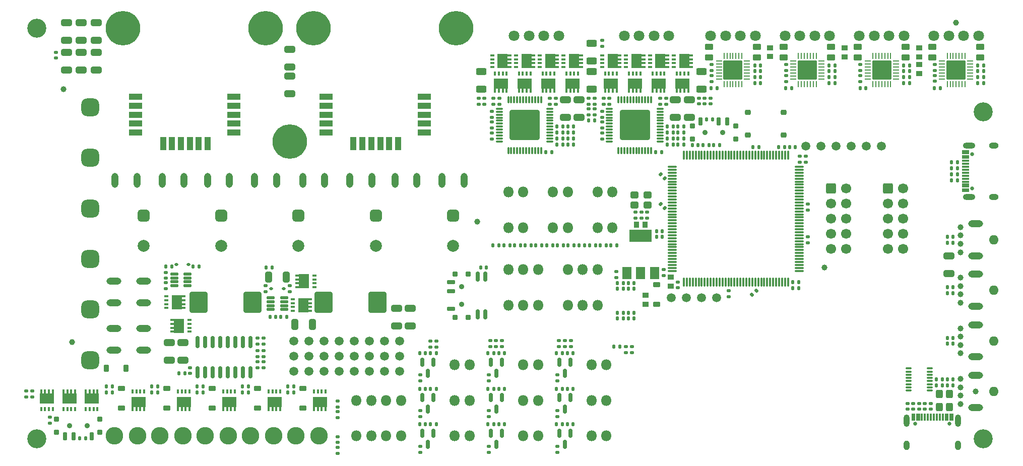
<source format=gbr>
%TF.GenerationSoftware,KiCad,Pcbnew,7.0.8-7.0.8~ubuntu22.04.1*%
%TF.CreationDate,2023-11-12T23:59:41-08:00*%
%TF.ProjectId,corevus-g,636f7265-7675-4732-9d67-2e6b69636164,rev?*%
%TF.SameCoordinates,Original*%
%TF.FileFunction,Soldermask,Top*%
%TF.FilePolarity,Negative*%
%FSLAX46Y46*%
G04 Gerber Fmt 4.6, Leading zero omitted, Abs format (unit mm)*
G04 Created by KiCad (PCBNEW 7.0.8-7.0.8~ubuntu22.04.1) date 2023-11-12 23:59:41*
%MOMM*%
%LPD*%
G01*
G04 APERTURE LIST*
G04 Aperture macros list*
%AMRoundRect*
0 Rectangle with rounded corners*
0 $1 Rounding radius*
0 $2 $3 $4 $5 $6 $7 $8 $9 X,Y pos of 4 corners*
0 Add a 4 corners polygon primitive as box body*
4,1,4,$2,$3,$4,$5,$6,$7,$8,$9,$2,$3,0*
0 Add four circle primitives for the rounded corners*
1,1,$1+$1,$2,$3*
1,1,$1+$1,$4,$5*
1,1,$1+$1,$6,$7*
1,1,$1+$1,$8,$9*
0 Add four rect primitives between the rounded corners*
20,1,$1+$1,$2,$3,$4,$5,0*
20,1,$1+$1,$4,$5,$6,$7,0*
20,1,$1+$1,$6,$7,$8,$9,0*
20,1,$1+$1,$8,$9,$2,$3,0*%
G04 Aperture macros list end*
%ADD10RoundRect,0.100000X-1.025000X0.400000X-1.025000X-0.400000X1.025000X-0.400000X1.025000X0.400000X0*%
%ADD11RoundRect,0.100000X0.400000X1.025000X-0.400000X1.025000X-0.400000X-1.025000X0.400000X-1.025000X0*%
%ADD12RoundRect,0.100000X-0.175000X-0.200000X0.175000X-0.200000X0.175000X0.200000X-0.175000X0.200000X0*%
%ADD13RoundRect,0.100000X0.200000X-0.175000X0.200000X0.175000X-0.200000X0.175000X-0.200000X-0.175000X0*%
%ADD14RoundRect,0.100000X0.175000X0.200000X-0.175000X0.200000X-0.175000X-0.200000X0.175000X-0.200000X0*%
%ADD15RoundRect,0.100000X0.350000X0.400000X-0.350000X0.400000X-0.350000X-0.400000X0.350000X-0.400000X0*%
%ADD16RoundRect,0.100000X-0.200000X0.175000X-0.200000X-0.175000X0.200000X-0.175000X0.200000X0.175000X0*%
%ADD17RoundRect,0.100000X0.300000X0.300000X-0.300000X0.300000X-0.300000X-0.300000X0.300000X-0.300000X0*%
%ADD18C,0.900000*%
%ADD19RoundRect,0.075000X0.225000X0.575000X-0.225000X0.575000X-0.225000X-0.575000X0.225000X-0.575000X0*%
%ADD20C,1.000000*%
%ADD21O,2.500000X1.200000*%
%ADD22O,1.600000X1.600000*%
%ADD23RoundRect,0.250000X-0.650000X0.325000X-0.650000X-0.325000X0.650000X-0.325000X0.650000X0.325000X0*%
%ADD24RoundRect,0.225000X-0.375000X0.225000X-0.375000X-0.225000X0.375000X-0.225000X0.375000X0.225000X0*%
%ADD25RoundRect,0.050000X0.150000X0.250000X-0.150000X0.250000X-0.150000X-0.250000X0.150000X-0.250000X0*%
%ADD26RoundRect,0.055714X1.169286X0.819286X-1.169286X0.819286X-1.169286X-0.819286X1.169286X-0.819286X0*%
%ADD27RoundRect,0.250000X-0.450000X0.262500X-0.450000X-0.262500X0.450000X-0.262500X0.450000X0.262500X0*%
%ADD28C,1.800000*%
%ADD29C,1.500000*%
%ADD30RoundRect,1.000000X-0.500000X0.500000X-0.500000X-0.500000X0.500000X-0.500000X0.500000X0.500000X0*%
%ADD31O,1.800000X1.800000*%
%ADD32C,3.200000*%
%ADD33RoundRect,0.250000X-0.600000X-0.600000X0.600000X-0.600000X0.600000X0.600000X-0.600000X0.600000X0*%
%ADD34C,1.700000*%
%ADD35RoundRect,0.150000X-0.150000X0.587500X-0.150000X-0.587500X0.150000X-0.587500X0.150000X0.587500X0*%
%ADD36RoundRect,0.250000X0.625000X-0.312500X0.625000X0.312500X-0.625000X0.312500X-0.625000X-0.312500X0*%
%ADD37RoundRect,0.050000X-0.150000X-0.250000X0.150000X-0.250000X0.150000X0.250000X-0.150000X0.250000X0*%
%ADD38RoundRect,0.055714X-1.169286X-0.819286X1.169286X-0.819286X1.169286X0.819286X-1.169286X0.819286X0*%
%ADD39RoundRect,0.050000X-0.250000X0.150000X-0.250000X-0.150000X0.250000X-0.150000X0.250000X0.150000X0*%
%ADD40RoundRect,0.055714X-0.819286X1.169286X-0.819286X-1.169286X0.819286X-1.169286X0.819286X1.169286X0*%
%ADD41RoundRect,0.250000X0.650000X-0.325000X0.650000X0.325000X-0.650000X0.325000X-0.650000X-0.325000X0*%
%ADD42RoundRect,0.100000X-0.400000X0.350000X-0.400000X-0.350000X0.400000X-0.350000X0.400000X0.350000X0*%
%ADD43RoundRect,0.050000X0.250000X-0.150000X0.250000X0.150000X-0.250000X0.150000X-0.250000X-0.150000X0*%
%ADD44RoundRect,0.055714X0.819286X-1.169286X0.819286X1.169286X-0.819286X1.169286X-0.819286X-1.169286X0*%
%ADD45RoundRect,0.225000X0.225000X0.375000X-0.225000X0.375000X-0.225000X-0.375000X0.225000X-0.375000X0*%
%ADD46RoundRect,0.062500X-0.425000X-0.062500X0.425000X-0.062500X0.425000X0.062500X-0.425000X0.062500X0*%
%ADD47RoundRect,0.062500X-0.062500X-0.425000X0.062500X-0.425000X0.062500X0.425000X-0.062500X0.425000X0*%
%ADD48RoundRect,0.250000X-1.375000X-1.375000X1.375000X-1.375000X1.375000X1.375000X-1.375000X1.375000X0*%
%ADD49RoundRect,0.112500X-0.187500X-0.112500X0.187500X-0.112500X0.187500X0.112500X-0.187500X0.112500X0*%
%ADD50C,0.650000*%
%ADD51R,0.300000X1.150000*%
%ADD52O,1.000000X2.100000*%
%ADD53O,1.000000X1.600000*%
%ADD54C,4.200000*%
%ADD55C,5.800000*%
%ADD56RoundRect,0.100000X0.400000X-0.350000X0.400000X0.350000X-0.400000X0.350000X-0.400000X-0.350000X0*%
%ADD57RoundRect,0.500000X-0.500000X-0.500000X0.500000X-0.500000X0.500000X0.500000X-0.500000X0.500000X0*%
%ADD58C,2.000000*%
%ADD59C,2.950000*%
%ADD60RoundRect,0.250000X-0.625000X0.312500X-0.625000X-0.312500X0.625000X-0.312500X0.625000X0.312500X0*%
%ADD61RoundRect,0.075000X-0.662500X-0.075000X0.662500X-0.075000X0.662500X0.075000X-0.662500X0.075000X0*%
%ADD62RoundRect,0.075000X-0.075000X-0.662500X0.075000X-0.662500X0.075000X0.662500X-0.075000X0.662500X0*%
%ADD63RoundRect,0.250000X-1.250000X-1.500000X1.250000X-1.500000X1.250000X1.500000X-1.250000X1.500000X0*%
%ADD64RoundRect,0.300000X0.300000X-0.400000X0.300000X0.400000X-0.300000X0.400000X-0.300000X-0.400000X0*%
%ADD65RoundRect,0.125000X0.537500X0.125000X-0.537500X0.125000X-0.537500X-0.125000X0.537500X-0.125000X0*%
%ADD66RoundRect,0.100000X-0.265165X-0.017678X-0.017678X-0.265165X0.265165X0.017678X0.017678X0.265165X0*%
%ADD67RoundRect,0.225000X0.375000X-0.225000X0.375000X0.225000X-0.375000X0.225000X-0.375000X-0.225000X0*%
%ADD68RoundRect,0.300000X0.400000X0.300000X-0.400000X0.300000X-0.400000X-0.300000X0.400000X-0.300000X0*%
%ADD69O,1.200000X2.500000*%
%ADD70RoundRect,0.250000X-0.325000X-0.650000X0.325000X-0.650000X0.325000X0.650000X-0.325000X0.650000X0*%
%ADD71RoundRect,0.150000X0.150000X-0.850000X0.150000X0.850000X-0.150000X0.850000X-0.150000X-0.850000X0*%
%ADD72RoundRect,0.100000X-0.017678X0.265165X-0.265165X0.017678X0.017678X-0.265165X0.265165X-0.017678X0*%
%ADD73RoundRect,0.250000X0.325000X0.650000X-0.325000X0.650000X-0.325000X-0.650000X0.325000X-0.650000X0*%
%ADD74RoundRect,0.150000X-0.150000X0.662500X-0.150000X-0.662500X0.150000X-0.662500X0.150000X0.662500X0*%
%ADD75RoundRect,0.100000X0.265165X0.017678X0.017678X0.265165X-0.265165X-0.017678X-0.017678X-0.265165X0*%
%ADD76RoundRect,0.100000X0.300000X-0.300000X0.300000X0.300000X-0.300000X0.300000X-0.300000X-0.300000X0*%
%ADD77RoundRect,0.075000X0.575000X-0.225000X0.575000X0.225000X-0.575000X0.225000X-0.575000X-0.225000X0*%
%ADD78RoundRect,0.100000X-0.300000X-0.300000X0.300000X-0.300000X0.300000X0.300000X-0.300000X0.300000X0*%
%ADD79RoundRect,0.075000X-0.225000X-0.575000X0.225000X-0.575000X0.225000X0.575000X-0.225000X0.575000X0*%
%ADD80RoundRect,0.300000X-0.200000X-0.150000X0.200000X-0.150000X0.200000X0.150000X-0.200000X0.150000X0*%
%ADD81R,1.150000X0.300000*%
%ADD82O,2.100000X1.000000*%
%ADD83O,1.600000X1.000000*%
%ADD84R,1.500000X2.000000*%
%ADD85R,3.800000X2.000000*%
%ADD86RoundRect,0.100000X-0.400000X-0.050000X0.400000X-0.050000X0.400000X0.050000X-0.400000X0.050000X0*%
%ADD87RoundRect,0.075000X-0.525000X-0.075000X0.525000X-0.075000X0.525000X0.075000X-0.525000X0.075000X0*%
%ADD88RoundRect,0.075000X-0.075000X-0.525000X0.075000X-0.525000X0.075000X0.525000X-0.075000X0.525000X0*%
%ADD89RoundRect,0.250000X-2.250000X-2.250000X2.250000X-2.250000X2.250000X2.250000X-2.250000X2.250000X0*%
G04 APERTURE END LIST*
D10*
%TO.C,T10*%
X108125000Y-59000000D03*
%TD*%
%TO.C,T27*%
X59625000Y-60500000D03*
%TD*%
%TO.C,T14*%
X108125000Y-57500000D03*
%TD*%
%TO.C,T13*%
X91625000Y-57500000D03*
%TD*%
%TO.C,T32*%
X76125000Y-56000000D03*
%TD*%
%TO.C,T12*%
X108125000Y-60500000D03*
%TD*%
%TO.C,T29*%
X59625000Y-57500000D03*
%TD*%
%TO.C,T31*%
X59625000Y-56000000D03*
%TD*%
%TO.C,T15*%
X91625000Y-56000000D03*
%TD*%
%TO.C,T23*%
X59625000Y-54500000D03*
%TD*%
D11*
%TO.C,T2*%
X97750000Y-62375000D03*
%TD*%
%TO.C,T19*%
X68750000Y-62375000D03*
%TD*%
%TO.C,T21*%
X70250000Y-62375000D03*
%TD*%
%TO.C,T6*%
X103750000Y-62375000D03*
%TD*%
%TO.C,T5*%
X102250000Y-62375000D03*
%TD*%
%TO.C,T18*%
X65750000Y-62375000D03*
%TD*%
D10*
%TO.C,T16*%
X108125000Y-56000000D03*
%TD*%
%TO.C,T8*%
X108125000Y-54500000D03*
%TD*%
%TO.C,T26*%
X76125000Y-59000000D03*
%TD*%
D11*
%TO.C,T4*%
X99250000Y-62375000D03*
%TD*%
%TO.C,T1*%
X96250000Y-62375000D03*
%TD*%
%TO.C,T17*%
X64250000Y-62375000D03*
%TD*%
D10*
%TO.C,T28*%
X76125000Y-60500000D03*
%TD*%
D11*
%TO.C,T20*%
X67250000Y-62375000D03*
%TD*%
D10*
%TO.C,T7*%
X91625000Y-54500000D03*
%TD*%
%TO.C,T30*%
X76125000Y-57500000D03*
%TD*%
%TO.C,T24*%
X76125000Y-54500000D03*
%TD*%
%TO.C,T9*%
X91625000Y-59000000D03*
%TD*%
%TO.C,T25*%
X59625000Y-59000000D03*
%TD*%
%TO.C,T11*%
X91625000Y-60500000D03*
%TD*%
D11*
%TO.C,T3*%
X100750000Y-62375000D03*
%TD*%
%TO.C,T22*%
X71750000Y-62375000D03*
%TD*%
D12*
%TO.C,D29*%
X109150000Y-103550000D03*
X110150000Y-103550000D03*
%TD*%
D13*
%TO.C,C95*%
X81500000Y-87250000D03*
X81500000Y-86250000D03*
%TD*%
D12*
%TO.C,C18*%
X201150000Y-51195000D03*
X202150000Y-51195000D03*
%TD*%
D14*
%TO.C,C9*%
X126100000Y-79475000D03*
X125100000Y-79475000D03*
%TD*%
D15*
%TO.C,C11*%
X145250000Y-75950000D03*
X143750000Y-75950000D03*
%TD*%
D12*
%TO.C,D12*%
X77580000Y-104200000D03*
X78580000Y-104200000D03*
%TD*%
D14*
%TO.C,R101*%
X177150000Y-49200000D03*
X176150000Y-49200000D03*
%TD*%
D12*
%TO.C,C5*%
X66900000Y-101000000D03*
X67900000Y-101000000D03*
%TD*%
D16*
%TO.C,C31*%
X168900000Y-49100000D03*
X168900000Y-50100000D03*
%TD*%
D17*
%TO.C,SW9*%
X53650000Y-110850000D03*
X53650000Y-108650000D03*
D18*
X51500000Y-109750000D03*
X48500000Y-109750000D03*
D17*
X46350000Y-110850000D03*
X46350000Y-108650000D03*
D19*
X52250000Y-111550000D03*
X49250000Y-111550000D03*
X47750000Y-111550000D03*
%TD*%
D20*
%TO.C,J38*%
X198200000Y-101900000D03*
X198200000Y-103300000D03*
X198200000Y-104700000D03*
X198200000Y-106100000D03*
D21*
X200800000Y-106700000D03*
D22*
X203800000Y-104010000D03*
D21*
X200800000Y-101300000D03*
%TD*%
D23*
%TO.C,C71*%
X53000000Y-47025000D03*
X53000000Y-49975000D03*
%TD*%
D24*
%TO.C,D36*%
X147150000Y-86050000D03*
X147150000Y-89350000D03*
%TD*%
D25*
%TO.C,Q6*%
X152475000Y-50550000D03*
X151825000Y-50550000D03*
X151175000Y-50550000D03*
X150525000Y-50550000D03*
X150525000Y-53450000D03*
X151175000Y-53450000D03*
X151825000Y-53450000D03*
X152475000Y-53450000D03*
D26*
X151500000Y-52300000D03*
%TD*%
D27*
%TO.C,R27*%
X168500000Y-46092500D03*
X168500000Y-47917500D03*
%TD*%
D12*
%TO.C,D32*%
X109150000Y-97550000D03*
X110150000Y-97550000D03*
%TD*%
D16*
%TO.C,R83*%
X131750000Y-95500000D03*
X131750000Y-96500000D03*
%TD*%
D28*
%TO.C,M4*%
X163750000Y-44250000D03*
X161250000Y-44250000D03*
X158750000Y-44250000D03*
X156250000Y-44250000D03*
%TD*%
D12*
%TO.C,R7*%
X196750000Y-65500000D03*
X197750000Y-65500000D03*
%TD*%
D29*
%TO.C,J30*%
X86220000Y-95570000D03*
X88760000Y-95570000D03*
X91300000Y-95570000D03*
X93840000Y-95570000D03*
X96380000Y-95570000D03*
X98920000Y-95570000D03*
X101460000Y-95570000D03*
X104000000Y-95570000D03*
%TD*%
D13*
%TO.C,D5*%
X93600000Y-112600000D03*
X93600000Y-111600000D03*
%TD*%
%TO.C,R37*%
X136750000Y-57550000D03*
X136750000Y-56550000D03*
%TD*%
D27*
%TO.C,R23*%
X189000000Y-46092500D03*
X189000000Y-47917500D03*
%TD*%
D13*
%TO.C,C42*%
X138000000Y-59750000D03*
X138000000Y-58750000D03*
%TD*%
D16*
%TO.C,R40*%
X119500000Y-60550000D03*
X119500000Y-61550000D03*
%TD*%
D28*
%TO.C,M3*%
X176250000Y-44250000D03*
X173750000Y-44250000D03*
X171250000Y-44250000D03*
X168750000Y-44250000D03*
%TD*%
D16*
%TO.C,C30*%
X168900000Y-50900000D03*
X168900000Y-51900000D03*
%TD*%
D25*
%TO.C,Q25*%
X76315000Y-104050000D03*
X75665000Y-104050000D03*
X75015000Y-104050000D03*
X74365000Y-104050000D03*
X74365000Y-106950000D03*
X75015000Y-106950000D03*
X75665000Y-106950000D03*
X76315000Y-106950000D03*
D26*
X75340000Y-105800000D03*
%TD*%
D12*
%TO.C,R52*%
X140600000Y-85800000D03*
X141600000Y-85800000D03*
%TD*%
%TO.C,C24*%
X181350000Y-53050000D03*
X182350000Y-53050000D03*
%TD*%
D30*
%TO.C,J36*%
X52000000Y-73250000D03*
X52000000Y-81750000D03*
%TD*%
D31*
%TO.C,J32*%
X124750000Y-111500000D03*
X127250000Y-111500000D03*
%TD*%
D14*
%TO.C,R50*%
X119850000Y-109550000D03*
X118850000Y-109550000D03*
%TD*%
D27*
%TO.C,R26*%
X176500000Y-46092500D03*
X176500000Y-47917500D03*
%TD*%
D14*
%TO.C,R81*%
X197000000Y-103000000D03*
X196000000Y-103000000D03*
%TD*%
D23*
%TO.C,C96*%
X103500000Y-90025000D03*
X103500000Y-92975000D03*
%TD*%
D16*
%TO.C,C1*%
X145600000Y-73850000D03*
X145600000Y-74850000D03*
%TD*%
D32*
%TO.C,H3*%
X202000000Y-57000000D03*
%TD*%
D23*
%TO.C,C97*%
X105800000Y-90025000D03*
X105800000Y-92975000D03*
%TD*%
D33*
%TO.C,J13*%
X176500000Y-69920000D03*
D34*
X179040000Y-69920000D03*
X176500000Y-72460000D03*
X179040000Y-72460000D03*
X176500000Y-75000000D03*
X179040000Y-75000000D03*
X176500000Y-77540000D03*
X179040000Y-77540000D03*
X176500000Y-80080000D03*
X179040000Y-80080000D03*
%TD*%
D20*
%TO.C,FID3*%
X49000000Y-95750000D03*
%TD*%
D14*
%TO.C,D19*%
X149950000Y-62500000D03*
X148950000Y-62500000D03*
%TD*%
D35*
%TO.C,Q29*%
X121200000Y-111062500D03*
X119300000Y-111062500D03*
X120250000Y-112937500D03*
%TD*%
D14*
%TO.C,C78*%
X140500000Y-79475000D03*
X139500000Y-79475000D03*
%TD*%
D36*
%TO.C,R35*%
X136250000Y-48462500D03*
X136250000Y-45537500D03*
%TD*%
D12*
%TO.C,C76*%
X194200000Y-102000000D03*
X195200000Y-102000000D03*
%TD*%
D37*
%TO.C,Q2*%
X51275000Y-106950000D03*
X51925000Y-106950000D03*
X52575000Y-106950000D03*
X53225000Y-106950000D03*
X53225000Y-104050000D03*
X52575000Y-104050000D03*
X51925000Y-104050000D03*
X51275000Y-104050000D03*
D38*
X52250000Y-105200000D03*
%TD*%
D35*
%TO.C,Q33*%
X132700000Y-99062500D03*
X130800000Y-99062500D03*
X131750000Y-100937500D03*
%TD*%
D20*
%TO.C,FID4*%
X175350000Y-83150000D03*
%TD*%
D14*
%TO.C,R103*%
X164650000Y-49200000D03*
X163650000Y-49200000D03*
%TD*%
D39*
%TO.C,Q9*%
X146050000Y-47525000D03*
X146050000Y-48175000D03*
X146050000Y-48825000D03*
X146050000Y-49475000D03*
X148950000Y-49475000D03*
X148950000Y-48825000D03*
X148950000Y-48175000D03*
X148950000Y-47525000D03*
D40*
X147800000Y-48500000D03*
%TD*%
D31*
%TO.C,J7*%
X132250000Y-70500000D03*
X129750000Y-70500000D03*
%TD*%
D25*
%TO.C,Q4*%
X144475000Y-50550000D03*
X143825000Y-50550000D03*
X143175000Y-50550000D03*
X142525000Y-50550000D03*
X142525000Y-53450000D03*
X143175000Y-53450000D03*
X143825000Y-53450000D03*
X144475000Y-53450000D03*
D26*
X143500000Y-52300000D03*
%TD*%
D12*
%TO.C,D15*%
X85200000Y-104200000D03*
X86200000Y-104200000D03*
%TD*%
D13*
%TO.C,C50*%
X148750000Y-55750000D03*
X148750000Y-54750000D03*
%TD*%
D28*
%TO.C,M2*%
X188750000Y-44250000D03*
X186250000Y-44250000D03*
X183750000Y-44250000D03*
X181250000Y-44250000D03*
%TD*%
%TO.C,M6*%
X130750000Y-44250000D03*
X128250000Y-44250000D03*
X125750000Y-44250000D03*
X123250000Y-44250000D03*
%TD*%
D12*
%TO.C,R9*%
X135750000Y-58450000D03*
X136750000Y-58450000D03*
%TD*%
D14*
%TO.C,C43*%
X151750000Y-60500000D03*
X150750000Y-60500000D03*
%TD*%
D13*
%TO.C,C90*%
X68800000Y-101000000D03*
X68800000Y-100000000D03*
%TD*%
D16*
%TO.C,R42*%
X135750000Y-54750000D03*
X135750000Y-55750000D03*
%TD*%
%TO.C,TH1*%
X138000000Y-45000000D03*
X138000000Y-46000000D03*
%TD*%
D35*
%TO.C,Q31*%
X121200000Y-99062500D03*
X119300000Y-99062500D03*
X120250000Y-100937500D03*
%TD*%
D16*
%TO.C,C36*%
X156400000Y-49100000D03*
X156400000Y-50100000D03*
%TD*%
D23*
%TO.C,C51*%
X150350000Y-55025000D03*
X150350000Y-57975000D03*
%TD*%
D12*
%TO.C,R17*%
X135900000Y-79475000D03*
X136900000Y-79475000D03*
%TD*%
D31*
%TO.C,J40*%
X136250000Y-99500000D03*
X138750000Y-99500000D03*
%TD*%
D16*
%TO.C,C98*%
X189300000Y-106000000D03*
X189300000Y-107000000D03*
%TD*%
D12*
%TO.C,D9*%
X62340000Y-104200000D03*
X63340000Y-104200000D03*
%TD*%
D41*
%TO.C,C99*%
X196250000Y-84225000D03*
X196250000Y-81275000D03*
%TD*%
D14*
%TO.C,R57*%
X119850000Y-97550000D03*
X118850000Y-97550000D03*
%TD*%
D42*
%TO.C,C10*%
X145350000Y-87850000D03*
X145350000Y-89350000D03*
%TD*%
D12*
%TO.C,R6*%
X196750000Y-68500000D03*
X197750000Y-68500000D03*
%TD*%
D16*
%TO.C,C107*%
X130500000Y-113250000D03*
X130500000Y-114250000D03*
%TD*%
D14*
%TO.C,R75*%
X197000000Y-79000000D03*
X196000000Y-79000000D03*
%TD*%
D13*
%TO.C,C84*%
X148400000Y-84500000D03*
X148400000Y-83500000D03*
%TD*%
D37*
%TO.C,Q19*%
X43775000Y-106950000D03*
X44425000Y-106950000D03*
X45075000Y-106950000D03*
X45725000Y-106950000D03*
X45725000Y-104050000D03*
X45075000Y-104050000D03*
X44425000Y-104050000D03*
X43775000Y-104050000D03*
D38*
X44750000Y-105200000D03*
%TD*%
D12*
%TO.C,R91*%
X147150000Y-78050000D03*
X148150000Y-78050000D03*
%TD*%
D31*
%TO.C,J14*%
X96750000Y-111500000D03*
X99250000Y-111500000D03*
X101750000Y-111500000D03*
X104250000Y-111500000D03*
%TD*%
D16*
%TO.C,R93*%
X64750000Y-85750000D03*
X64750000Y-86750000D03*
%TD*%
D14*
%TO.C,R61*%
X55720000Y-103200000D03*
X54720000Y-103200000D03*
%TD*%
D31*
%TO.C,J10*%
X124750000Y-76500000D03*
X122250000Y-76500000D03*
%TD*%
D14*
%TO.C,C58*%
X133250000Y-60500000D03*
X132250000Y-60500000D03*
%TD*%
D43*
%TO.C,Q37*%
X89700000Y-86475000D03*
X89700000Y-85825000D03*
X89700000Y-85175000D03*
X89700000Y-84525000D03*
X86800000Y-84525000D03*
X86800000Y-85175000D03*
X86800000Y-85825000D03*
X86800000Y-86475000D03*
D44*
X87950000Y-85500000D03*
%TD*%
D45*
%TO.C,D31*%
X58050000Y-100150000D03*
X54750000Y-100150000D03*
%TD*%
D13*
%TO.C,R90*%
X81100000Y-96050000D03*
X81100000Y-95050000D03*
%TD*%
D12*
%TO.C,R15*%
X121500000Y-79475000D03*
X122500000Y-79475000D03*
%TD*%
D28*
%TO.C,M1*%
X201250000Y-44245000D03*
X198750000Y-44245000D03*
X196250000Y-44245000D03*
X193750000Y-44245000D03*
%TD*%
D16*
%TO.C,R41*%
X118250000Y-54750000D03*
X118250000Y-55750000D03*
%TD*%
%TO.C,C3*%
X172250000Y-64500000D03*
X172250000Y-65500000D03*
%TD*%
D46*
%TO.C,U8*%
X182637500Y-48500000D03*
X182637500Y-49000000D03*
X182637500Y-49500000D03*
X182637500Y-50000000D03*
X182637500Y-50500000D03*
X182637500Y-51000000D03*
X182637500Y-51500000D03*
D47*
X183500000Y-52362500D03*
X184000000Y-52362500D03*
X184500000Y-52362500D03*
X185000000Y-52362500D03*
X185500000Y-52362500D03*
X186000000Y-52362500D03*
X186500000Y-52362500D03*
D46*
X187362500Y-51500000D03*
X187362500Y-51000000D03*
X187362500Y-50500000D03*
X187362500Y-50000000D03*
X187362500Y-49500000D03*
X187362500Y-49000000D03*
X187362500Y-48500000D03*
D47*
X186500000Y-47637500D03*
X186000000Y-47637500D03*
X185500000Y-47637500D03*
X185000000Y-47637500D03*
X184500000Y-47637500D03*
X184000000Y-47637500D03*
X183500000Y-47637500D03*
D48*
X185000000Y-50000000D03*
%TD*%
D21*
%TO.C,F6*%
X61000000Y-85450000D03*
X61000000Y-89100000D03*
X61000000Y-93400000D03*
X61000000Y-97050000D03*
%TD*%
D14*
%TO.C,R65*%
X78580000Y-103200000D03*
X77580000Y-103200000D03*
%TD*%
D12*
%TO.C,C34*%
X156350000Y-53050000D03*
X157350000Y-53050000D03*
%TD*%
D49*
%TO.C,D46*%
X66450000Y-82650000D03*
X68550000Y-82650000D03*
%TD*%
D25*
%TO.C,Q23*%
X68695000Y-104050000D03*
X68045000Y-104050000D03*
X67395000Y-104050000D03*
X66745000Y-104050000D03*
X66745000Y-106950000D03*
X67395000Y-106950000D03*
X68045000Y-106950000D03*
X68695000Y-106950000D03*
D26*
X67720000Y-105800000D03*
%TD*%
D23*
%TO.C,C52*%
X152650000Y-55025000D03*
X152650000Y-57975000D03*
%TD*%
D39*
%TO.C,Q18*%
X131550000Y-47525000D03*
X131550000Y-48175000D03*
X131550000Y-48825000D03*
X131550000Y-49475000D03*
X134450000Y-49475000D03*
X134450000Y-48825000D03*
X134450000Y-48175000D03*
X134450000Y-47525000D03*
D40*
X133300000Y-48500000D03*
%TD*%
D16*
%TO.C,R12*%
X142000000Y-96500000D03*
X142000000Y-97500000D03*
%TD*%
D50*
%TO.C,J24*%
X190610000Y-109395000D03*
X196390000Y-109395000D03*
D51*
X190150000Y-108330000D03*
X190950000Y-108330000D03*
X192250000Y-108330000D03*
X193250000Y-108330000D03*
X193750000Y-108330000D03*
X194750000Y-108330000D03*
X196050000Y-108330000D03*
X196850000Y-108330000D03*
X196550000Y-108330000D03*
X195750000Y-108330000D03*
X195250000Y-108330000D03*
X194250000Y-108330000D03*
X192750000Y-108330000D03*
X191750000Y-108330000D03*
X191250000Y-108330000D03*
X190450000Y-108330000D03*
D52*
X189180000Y-108895000D03*
D53*
X189180000Y-113075000D03*
D52*
X197820000Y-108895000D03*
D53*
X197820000Y-113075000D03*
%TD*%
D16*
%TO.C,R13*%
X41250000Y-103900000D03*
X41250000Y-104900000D03*
%TD*%
D14*
%TO.C,R11*%
X86200000Y-103200000D03*
X85200000Y-103200000D03*
%TD*%
%TO.C,D4*%
X151750000Y-62500000D03*
X150750000Y-62500000D03*
%TD*%
D54*
%TO.C,H13*%
X85500000Y-62000000D03*
D55*
X85500000Y-62000000D03*
%TD*%
D14*
%TO.C,D37*%
X148150000Y-77050000D03*
X147150000Y-77050000D03*
%TD*%
%TO.C,R54*%
X119850000Y-103550000D03*
X118850000Y-103550000D03*
%TD*%
D12*
%TO.C,R107*%
X128550000Y-63800000D03*
X129550000Y-63800000D03*
%TD*%
D31*
%TO.C,J2*%
X137250000Y-89500000D03*
X134750000Y-89500000D03*
X132250000Y-89500000D03*
%TD*%
D25*
%TO.C,Q3*%
X140475000Y-50550000D03*
X139825000Y-50550000D03*
X139175000Y-50550000D03*
X138525000Y-50550000D03*
X138525000Y-53450000D03*
X139175000Y-53450000D03*
X139825000Y-53450000D03*
X140475000Y-53450000D03*
D26*
X139500000Y-52300000D03*
%TD*%
D31*
%TO.C,J4*%
X127250000Y-83500000D03*
X124750000Y-83500000D03*
X122250000Y-83500000D03*
%TD*%
D16*
%TO.C,C25*%
X181400000Y-50900000D03*
X181400000Y-51900000D03*
%TD*%
D20*
%TO.C,FID2*%
X197500000Y-41995000D03*
%TD*%
D12*
%TO.C,C29*%
X168850000Y-53050000D03*
X169850000Y-53050000D03*
%TD*%
D21*
%TO.C,F3*%
X56000000Y-85450000D03*
X56000000Y-89100000D03*
X56000000Y-93400000D03*
X56000000Y-97050000D03*
%TD*%
D49*
%TO.C,D48*%
X82450000Y-86750000D03*
X84550000Y-86750000D03*
%TD*%
D14*
%TO.C,R98*%
X149950000Y-60500000D03*
X148950000Y-60500000D03*
%TD*%
D16*
%TO.C,D2*%
X42250000Y-103900000D03*
X42250000Y-104900000D03*
%TD*%
%TO.C,C59*%
X159250000Y-87050000D03*
X159250000Y-88050000D03*
%TD*%
D12*
%TO.C,D40*%
X132150000Y-109550000D03*
X133150000Y-109550000D03*
%TD*%
D14*
%TO.C,R10*%
X118600000Y-83200000D03*
X117600000Y-83200000D03*
%TD*%
D56*
%TO.C,C37*%
X166250000Y-47745000D03*
X166250000Y-46245000D03*
%TD*%
D23*
%TO.C,C67*%
X134150000Y-55025000D03*
X134150000Y-57975000D03*
%TD*%
D31*
%TO.C,J17*%
X113250000Y-111500000D03*
X115750000Y-111500000D03*
%TD*%
D57*
%TO.C,C13*%
X100000000Y-74500000D03*
D58*
X100000000Y-79500000D03*
%TD*%
D16*
%TO.C,C45*%
X138000000Y-56950000D03*
X138000000Y-57950000D03*
%TD*%
%TO.C,R49*%
X93600000Y-113400000D03*
X93600000Y-114400000D03*
%TD*%
%TO.C,C20*%
X193900000Y-50895000D03*
X193900000Y-51895000D03*
%TD*%
D12*
%TO.C,C88*%
X69300000Y-83050000D03*
X70300000Y-83050000D03*
%TD*%
D59*
%TO.C,J21*%
X56095000Y-111500000D03*
X60000000Y-111500000D03*
%TD*%
D57*
%TO.C,C14*%
X87000000Y-74500000D03*
D58*
X87000000Y-79500000D03*
%TD*%
D14*
%TO.C,R19*%
X170500000Y-62950000D03*
X169500000Y-62950000D03*
%TD*%
D29*
%TO.C,J42*%
X172200000Y-62750000D03*
X174740000Y-62750000D03*
X177280000Y-62750000D03*
X179820000Y-62750000D03*
X182360000Y-62750000D03*
X184900000Y-62750000D03*
%TD*%
D14*
%TO.C,R119*%
X133250000Y-61500000D03*
X132250000Y-61500000D03*
%TD*%
D16*
%TO.C,R73*%
X119200000Y-95500000D03*
X119200000Y-96500000D03*
%TD*%
%TO.C,R86*%
X191250000Y-106000000D03*
X191250000Y-107000000D03*
%TD*%
D60*
%TO.C,R36*%
X154750000Y-50287500D03*
X154750000Y-53212500D03*
%TD*%
D16*
%TO.C,R38*%
X155250000Y-54700000D03*
X155250000Y-55700000D03*
%TD*%
D31*
%TO.C,J34*%
X124750000Y-99500000D03*
X127250000Y-99500000D03*
%TD*%
D13*
%TO.C,C57*%
X119500000Y-59750000D03*
X119500000Y-58750000D03*
%TD*%
D12*
%TO.C,C83*%
X163350000Y-62950000D03*
X164350000Y-62950000D03*
%TD*%
D32*
%TO.C,H2*%
X43000000Y-112000000D03*
%TD*%
D35*
%TO.C,Q30*%
X121200000Y-105062500D03*
X119300000Y-105062500D03*
X120250000Y-106937500D03*
%TD*%
D31*
%TO.C,J39*%
X136250000Y-105500000D03*
X138750000Y-105500000D03*
%TD*%
D61*
%TO.C,U1*%
X149837500Y-66250000D03*
X149837500Y-66750000D03*
X149837500Y-67250000D03*
X149837500Y-67750000D03*
X149837500Y-68250000D03*
X149837500Y-68750000D03*
X149837500Y-69250000D03*
X149837500Y-69750000D03*
X149837500Y-70250000D03*
X149837500Y-70750000D03*
X149837500Y-71250000D03*
X149837500Y-71750000D03*
X149837500Y-72250000D03*
X149837500Y-72750000D03*
X149837500Y-73250000D03*
X149837500Y-73750000D03*
X149837500Y-74250000D03*
X149837500Y-74750000D03*
X149837500Y-75250000D03*
X149837500Y-75750000D03*
X149837500Y-76250000D03*
X149837500Y-76750000D03*
X149837500Y-77250000D03*
X149837500Y-77750000D03*
X149837500Y-78250000D03*
X149837500Y-78750000D03*
X149837500Y-79250000D03*
X149837500Y-79750000D03*
X149837500Y-80250000D03*
X149837500Y-80750000D03*
X149837500Y-81250000D03*
X149837500Y-81750000D03*
X149837500Y-82250000D03*
X149837500Y-82750000D03*
X149837500Y-83250000D03*
X149837500Y-83750000D03*
D62*
X151750000Y-85662500D03*
X152250000Y-85662500D03*
X152750000Y-85662500D03*
X153250000Y-85662500D03*
X153750000Y-85662500D03*
X154250000Y-85662500D03*
X154750000Y-85662500D03*
X155250000Y-85662500D03*
X155750000Y-85662500D03*
X156250000Y-85662500D03*
X156750000Y-85662500D03*
X157250000Y-85662500D03*
X157750000Y-85662500D03*
X158250000Y-85662500D03*
X158750000Y-85662500D03*
X159250000Y-85662500D03*
X159750000Y-85662500D03*
X160250000Y-85662500D03*
X160750000Y-85662500D03*
X161250000Y-85662500D03*
X161750000Y-85662500D03*
X162250000Y-85662500D03*
X162750000Y-85662500D03*
X163250000Y-85662500D03*
X163750000Y-85662500D03*
X164250000Y-85662500D03*
X164750000Y-85662500D03*
X165250000Y-85662500D03*
X165750000Y-85662500D03*
X166250000Y-85662500D03*
X166750000Y-85662500D03*
X167250000Y-85662500D03*
X167750000Y-85662500D03*
X168250000Y-85662500D03*
X168750000Y-85662500D03*
X169250000Y-85662500D03*
D61*
X171162500Y-83750000D03*
X171162500Y-83250000D03*
X171162500Y-82750000D03*
X171162500Y-82250000D03*
X171162500Y-81750000D03*
X171162500Y-81250000D03*
X171162500Y-80750000D03*
X171162500Y-80250000D03*
X171162500Y-79750000D03*
X171162500Y-79250000D03*
X171162500Y-78750000D03*
X171162500Y-78250000D03*
X171162500Y-77750000D03*
X171162500Y-77250000D03*
X171162500Y-76750000D03*
X171162500Y-76250000D03*
X171162500Y-75750000D03*
X171162500Y-75250000D03*
X171162500Y-74750000D03*
X171162500Y-74250000D03*
X171162500Y-73750000D03*
X171162500Y-73250000D03*
X171162500Y-72750000D03*
X171162500Y-72250000D03*
X171162500Y-71750000D03*
X171162500Y-71250000D03*
X171162500Y-70750000D03*
X171162500Y-70250000D03*
X171162500Y-69750000D03*
X171162500Y-69250000D03*
X171162500Y-68750000D03*
X171162500Y-68250000D03*
X171162500Y-67750000D03*
X171162500Y-67250000D03*
X171162500Y-66750000D03*
X171162500Y-66250000D03*
D62*
X169250000Y-64337500D03*
X168750000Y-64337500D03*
X168250000Y-64337500D03*
X167750000Y-64337500D03*
X167250000Y-64337500D03*
X166750000Y-64337500D03*
X166250000Y-64337500D03*
X165750000Y-64337500D03*
X165250000Y-64337500D03*
X164750000Y-64337500D03*
X164250000Y-64337500D03*
X163750000Y-64337500D03*
X163250000Y-64337500D03*
X162750000Y-64337500D03*
X162250000Y-64337500D03*
X161750000Y-64337500D03*
X161250000Y-64337500D03*
X160750000Y-64337500D03*
X160250000Y-64337500D03*
X159750000Y-64337500D03*
X159250000Y-64337500D03*
X158750000Y-64337500D03*
X158250000Y-64337500D03*
X157750000Y-64337500D03*
X157250000Y-64337500D03*
X156750000Y-64337500D03*
X156250000Y-64337500D03*
X155750000Y-64337500D03*
X155250000Y-64337500D03*
X154750000Y-64337500D03*
X154250000Y-64337500D03*
X153750000Y-64337500D03*
X153250000Y-64337500D03*
X152750000Y-64337500D03*
X152250000Y-64337500D03*
X151750000Y-64337500D03*
%TD*%
D31*
%TO.C,J33*%
X124750000Y-105500000D03*
X127250000Y-105500000D03*
%TD*%
D12*
%TO.C,D35*%
X120650000Y-97550000D03*
X121650000Y-97550000D03*
%TD*%
D31*
%TO.C,J16*%
X96750000Y-105500000D03*
X99250000Y-105500000D03*
X101750000Y-105500000D03*
X104250000Y-105500000D03*
%TD*%
D23*
%TO.C,C73*%
X53000000Y-42025000D03*
X53000000Y-44975000D03*
%TD*%
D31*
%TO.C,J8*%
X124750000Y-70500000D03*
X122250000Y-70500000D03*
%TD*%
D63*
%TO.C,L2*%
X91250000Y-89000000D03*
X100250000Y-89000000D03*
%TD*%
D14*
%TO.C,R78*%
X197000000Y-86500000D03*
X196000000Y-86500000D03*
%TD*%
D64*
%TO.C,Y2*%
X196350000Y-106600000D03*
X196350000Y-104400000D03*
X194650000Y-104400000D03*
X194650000Y-106600000D03*
%TD*%
D12*
%TO.C,C79*%
X170050000Y-85650000D03*
X171050000Y-85650000D03*
%TD*%
D16*
%TO.C,R31*%
X93600000Y-107400000D03*
X93600000Y-108400000D03*
%TD*%
D46*
%TO.C,U9*%
X170137500Y-48500000D03*
X170137500Y-49000000D03*
X170137500Y-49500000D03*
X170137500Y-50000000D03*
X170137500Y-50500000D03*
X170137500Y-51000000D03*
X170137500Y-51500000D03*
D47*
X171000000Y-52362500D03*
X171500000Y-52362500D03*
X172000000Y-52362500D03*
X172500000Y-52362500D03*
X173000000Y-52362500D03*
X173500000Y-52362500D03*
X174000000Y-52362500D03*
D46*
X174862500Y-51500000D03*
X174862500Y-51000000D03*
X174862500Y-50500000D03*
X174862500Y-50000000D03*
X174862500Y-49500000D03*
X174862500Y-49000000D03*
X174862500Y-48500000D03*
D47*
X174000000Y-47637500D03*
X173500000Y-47637500D03*
X173000000Y-47637500D03*
X172500000Y-47637500D03*
X172000000Y-47637500D03*
X171500000Y-47637500D03*
X171000000Y-47637500D03*
D48*
X172500000Y-50000000D03*
%TD*%
D12*
%TO.C,C7*%
X126900000Y-79475000D03*
X127900000Y-79475000D03*
%TD*%
D31*
%TO.C,J18*%
X113250000Y-105500000D03*
X115750000Y-105500000D03*
%TD*%
D27*
%TO.C,R29*%
X164000000Y-46092500D03*
X164000000Y-47917500D03*
%TD*%
D12*
%TO.C,R16*%
X128700000Y-79475000D03*
X129700000Y-79475000D03*
%TD*%
D35*
%TO.C,Q22*%
X109700000Y-111062500D03*
X107800000Y-111062500D03*
X108750000Y-112937500D03*
%TD*%
D12*
%TO.C,D33*%
X120650000Y-109550000D03*
X121650000Y-109550000D03*
%TD*%
D13*
%TO.C,C82*%
X171250000Y-65500000D03*
X171250000Y-64500000D03*
%TD*%
%TO.C,C63*%
X120750000Y-55750000D03*
X120750000Y-54750000D03*
%TD*%
%TO.C,R46*%
X135750000Y-57550000D03*
X135750000Y-56550000D03*
%TD*%
D14*
%TO.C,R47*%
X108350000Y-103550000D03*
X107350000Y-103550000D03*
%TD*%
D65*
%TO.C,U5*%
X84637500Y-90225000D03*
X84637500Y-89575000D03*
X84637500Y-88925000D03*
X84637500Y-88275000D03*
X82362500Y-88275000D03*
X82362500Y-88925000D03*
X82362500Y-89575000D03*
X82362500Y-90225000D03*
%TD*%
D14*
%TO.C,C38*%
X168700000Y-62950000D03*
X167700000Y-62950000D03*
%TD*%
D16*
%TO.C,C109*%
X130500000Y-101250000D03*
X130500000Y-102250000D03*
%TD*%
D12*
%TO.C,C6*%
X119700000Y-79475000D03*
X120700000Y-79475000D03*
%TD*%
D14*
%TO.C,R22*%
X202150000Y-49195000D03*
X201150000Y-49195000D03*
%TD*%
%TO.C,R94*%
X83200000Y-91500000D03*
X82200000Y-91500000D03*
%TD*%
D16*
%TO.C,R32*%
X138000000Y-60550000D03*
X138000000Y-61550000D03*
%TD*%
D14*
%TO.C,R80*%
X197000000Y-95000000D03*
X196000000Y-95000000D03*
%TD*%
%TO.C,R79*%
X197000000Y-96000000D03*
X196000000Y-96000000D03*
%TD*%
D12*
%TO.C,D49*%
X142400000Y-90800000D03*
X143400000Y-90800000D03*
%TD*%
D60*
%TO.C,R44*%
X136250000Y-50287500D03*
X136250000Y-53212500D03*
%TD*%
D12*
%TO.C,D6*%
X140600000Y-86700000D03*
X141600000Y-86700000D03*
%TD*%
D16*
%TO.C,C102*%
X107500000Y-107250000D03*
X107500000Y-108250000D03*
%TD*%
D37*
%TO.C,Q1*%
X47525000Y-106950000D03*
X48175000Y-106950000D03*
X48825000Y-106950000D03*
X49475000Y-106950000D03*
X49475000Y-104050000D03*
X48825000Y-104050000D03*
X48175000Y-104050000D03*
X47525000Y-104050000D03*
D38*
X48500000Y-105200000D03*
%TD*%
D16*
%TO.C,C106*%
X119000000Y-101249999D03*
X119000000Y-102249999D03*
%TD*%
%TO.C,R71*%
X121200001Y-95500000D03*
X121200001Y-96500000D03*
%TD*%
D46*
%TO.C,U7*%
X195137500Y-48495000D03*
X195137500Y-48995000D03*
X195137500Y-49495000D03*
X195137500Y-49995000D03*
X195137500Y-50495000D03*
X195137500Y-50995000D03*
X195137500Y-51495000D03*
D47*
X196000000Y-52357500D03*
X196500000Y-52357500D03*
X197000000Y-52357500D03*
X197500000Y-52357500D03*
X198000000Y-52357500D03*
X198500000Y-52357500D03*
X199000000Y-52357500D03*
D46*
X199862500Y-51495000D03*
X199862500Y-50995000D03*
X199862500Y-50495000D03*
X199862500Y-49995000D03*
X199862500Y-49495000D03*
X199862500Y-48995000D03*
X199862500Y-48495000D03*
D47*
X199000000Y-47632500D03*
X198500000Y-47632500D03*
X198000000Y-47632500D03*
X197500000Y-47632500D03*
X197000000Y-47632500D03*
X196500000Y-47632500D03*
X196000000Y-47632500D03*
D48*
X197500000Y-49995000D03*
%TD*%
D56*
%TO.C,FB1*%
X149550000Y-86300000D03*
X149550000Y-84800000D03*
%TD*%
D13*
%TO.C,C65*%
X130250000Y-55750000D03*
X130250000Y-54750000D03*
%TD*%
%TO.C,C94*%
X85500000Y-87250000D03*
X85500000Y-86250000D03*
%TD*%
D14*
%TO.C,C77*%
X133300000Y-79475000D03*
X132300000Y-79475000D03*
%TD*%
D57*
%TO.C,C16*%
X74000000Y-74500000D03*
D58*
X74000000Y-79500000D03*
%TD*%
D12*
%TO.C,D16*%
X132150000Y-103550000D03*
X133150000Y-103550000D03*
%TD*%
D14*
%TO.C,C89*%
X65700000Y-83050000D03*
X64700000Y-83050000D03*
%TD*%
D66*
%TO.C,C44*%
X147846447Y-72496447D03*
X148553553Y-73203553D03*
%TD*%
D12*
%TO.C,R5*%
X196750000Y-66500000D03*
X197750000Y-66500000D03*
%TD*%
D16*
%TO.C,C26*%
X181400000Y-49100000D03*
X181400000Y-50100000D03*
%TD*%
D32*
%TO.C,H1*%
X43000000Y-43000000D03*
%TD*%
D39*
%TO.C,Q10*%
X150050000Y-47525000D03*
X150050000Y-48175000D03*
X150050000Y-48825000D03*
X150050000Y-49475000D03*
X152950000Y-49475000D03*
X152950000Y-48825000D03*
X152950000Y-48175000D03*
X152950000Y-47525000D03*
D40*
X151800000Y-48500000D03*
%TD*%
D65*
%TO.C,U15*%
X68387500Y-86225000D03*
X68387500Y-85575000D03*
X68387500Y-84925000D03*
X68387500Y-84275000D03*
X66112500Y-84275000D03*
X66112500Y-84925000D03*
X66112500Y-85575000D03*
X66112500Y-86225000D03*
%TD*%
D67*
%TO.C,D27*%
X72490000Y-106800000D03*
X72490000Y-103500000D03*
%TD*%
D39*
%TO.C,Q7*%
X138050000Y-47525000D03*
X138050000Y-48175000D03*
X138050000Y-48825000D03*
X138050000Y-49475000D03*
X140950000Y-49475000D03*
X140950000Y-48825000D03*
X140950000Y-48175000D03*
X140950000Y-47525000D03*
D40*
X139800000Y-48500000D03*
%TD*%
D16*
%TO.C,C108*%
X130500000Y-107250000D03*
X130500000Y-108250000D03*
%TD*%
D39*
%TO.C,Q16*%
X123550000Y-47525000D03*
X123550000Y-48175000D03*
X123550000Y-48825000D03*
X123550000Y-49475000D03*
X126450000Y-49475000D03*
X126450000Y-48825000D03*
X126450000Y-48175000D03*
X126450000Y-47525000D03*
D40*
X125300000Y-48500000D03*
%TD*%
D12*
%TO.C,D17*%
X132150000Y-97550000D03*
X133150000Y-97550000D03*
%TD*%
D16*
%TO.C,C53*%
X150750000Y-85600000D03*
X150750000Y-86600000D03*
%TD*%
D20*
%TO.C,J27*%
X198200000Y-93400000D03*
X198200000Y-94800000D03*
X198200000Y-96200000D03*
X198200000Y-97600000D03*
D21*
X200800000Y-98200000D03*
D22*
X203800000Y-95510000D03*
D21*
X200800000Y-92800000D03*
%TD*%
D25*
%TO.C,Q20*%
X91555000Y-104050000D03*
X90905000Y-104050000D03*
X90255000Y-104050000D03*
X89605000Y-104050000D03*
X89605000Y-106950000D03*
X90255000Y-106950000D03*
X90905000Y-106950000D03*
X91555000Y-106950000D03*
D26*
X90580000Y-105800000D03*
%TD*%
D16*
%TO.C,R45*%
X117250000Y-54750000D03*
X117250000Y-55750000D03*
%TD*%
D14*
%TO.C,C56*%
X131450000Y-61500000D03*
X130450000Y-61500000D03*
%TD*%
D13*
%TO.C,C48*%
X139250000Y-55750000D03*
X139250000Y-54750000D03*
%TD*%
D35*
%TO.C,Q21*%
X132700000Y-105062500D03*
X130800000Y-105062500D03*
X131750000Y-106937500D03*
%TD*%
D14*
%TO.C,C54*%
X133250000Y-59500000D03*
X132250000Y-59500000D03*
%TD*%
D60*
%TO.C,R43*%
X117750000Y-50287500D03*
X117750000Y-53212500D03*
%TD*%
D14*
%TO.C,R25*%
X131350000Y-103550000D03*
X130350000Y-103550000D03*
%TD*%
D12*
%TO.C,D34*%
X120650000Y-103550000D03*
X121650000Y-103550000D03*
%TD*%
D23*
%TO.C,C87*%
X67600000Y-95825000D03*
X67600000Y-98775000D03*
%TD*%
D68*
%TO.C,Y1*%
X145650000Y-71000000D03*
X143450000Y-71000000D03*
X143450000Y-72700000D03*
X145650000Y-72700000D03*
%TD*%
D16*
%TO.C,R66*%
X80100000Y-97150000D03*
X80100000Y-98150000D03*
%TD*%
D14*
%TO.C,R105*%
X164650000Y-50200000D03*
X163650000Y-50200000D03*
%TD*%
D54*
%TO.C,H8*%
X81500000Y-43000000D03*
D55*
X81500000Y-43000000D03*
%TD*%
D16*
%TO.C,C80*%
X172600000Y-78000000D03*
X172600000Y-79000000D03*
%TD*%
D69*
%TO.C,F5*%
X103200000Y-68500000D03*
X106850000Y-68500000D03*
X111150000Y-68500000D03*
X114800000Y-68500000D03*
%TD*%
D12*
%TO.C,C93*%
X194200000Y-103000000D03*
X195200000Y-103000000D03*
%TD*%
D69*
%TO.C,F1*%
X56200000Y-68500000D03*
X59850000Y-68500000D03*
X64150000Y-68500000D03*
X67800000Y-68500000D03*
%TD*%
D16*
%TO.C,R34*%
X154250000Y-54700000D03*
X154250000Y-55700000D03*
%TD*%
D59*
%TO.C,J23*%
X78955000Y-111500000D03*
X82860000Y-111500000D03*
%TD*%
D43*
%TO.C,Q35*%
X68700000Y-93975000D03*
X68700000Y-93325000D03*
X68700000Y-92675000D03*
X68700000Y-92025000D03*
X65800000Y-92025000D03*
X65800000Y-92675000D03*
X65800000Y-93325000D03*
X65800000Y-93975000D03*
D44*
X66950000Y-93000000D03*
%TD*%
D57*
%TO.C,C12*%
X113000000Y-74500000D03*
D58*
X113000000Y-79500000D03*
%TD*%
D13*
%TO.C,C2*%
X143600000Y-74850000D03*
X143600000Y-73850000D03*
%TD*%
D25*
%TO.C,Q24*%
X61075000Y-104050000D03*
X60425000Y-104050000D03*
X59775000Y-104050000D03*
X59125000Y-104050000D03*
X59125000Y-106950000D03*
X59775000Y-106950000D03*
X60425000Y-106950000D03*
X61075000Y-106950000D03*
D26*
X60100000Y-105800000D03*
%TD*%
D31*
%TO.C,J6*%
X127250000Y-89500000D03*
X124750000Y-89500000D03*
X122250000Y-89500000D03*
%TD*%
D12*
%TO.C,D8*%
X140600000Y-90800000D03*
X141600000Y-90800000D03*
%TD*%
D14*
%TO.C,R99*%
X131450000Y-60500000D03*
X130450000Y-60500000D03*
%TD*%
D16*
%TO.C,R109*%
X140400000Y-83900000D03*
X140400000Y-84900000D03*
%TD*%
D14*
%TO.C,R51*%
X131500000Y-79475000D03*
X130500000Y-79475000D03*
%TD*%
D39*
%TO.C,Q8*%
X142050000Y-47525000D03*
X142050000Y-48175000D03*
X142050000Y-48825000D03*
X142050000Y-49475000D03*
X144950000Y-49475000D03*
X144950000Y-48825000D03*
X144950000Y-48175000D03*
X144950000Y-47525000D03*
D40*
X143800000Y-48500000D03*
%TD*%
D14*
%TO.C,D21*%
X202150000Y-52195000D03*
X201150000Y-52195000D03*
%TD*%
%TO.C,R48*%
X108350000Y-97550000D03*
X107350000Y-97550000D03*
%TD*%
D16*
%TO.C,R62*%
X81100000Y-99050000D03*
X81100000Y-100050000D03*
%TD*%
D27*
%TO.C,R20*%
X201500000Y-46087500D03*
X201500000Y-47912500D03*
%TD*%
D13*
%TO.C,C49*%
X147750000Y-55750000D03*
X147750000Y-54750000D03*
%TD*%
D16*
%TO.C,R60*%
X80100000Y-99050000D03*
X80100000Y-100050000D03*
%TD*%
%TO.C,R69*%
X193250000Y-106000000D03*
X193250000Y-107000000D03*
%TD*%
D67*
%TO.C,D30*%
X80110000Y-106800000D03*
X80110000Y-103500000D03*
%TD*%
D12*
%TO.C,R106*%
X147050000Y-63800000D03*
X148050000Y-63800000D03*
%TD*%
D13*
%TO.C,R64*%
X80100000Y-96050000D03*
X80100000Y-95050000D03*
%TD*%
D12*
%TO.C,D1*%
X155550000Y-58300000D03*
X156550000Y-58300000D03*
%TD*%
D14*
%TO.C,R63*%
X70960000Y-103200000D03*
X69960000Y-103200000D03*
%TD*%
D70*
%TO.C,C91*%
X86375000Y-92710000D03*
X89325000Y-92710000D03*
%TD*%
D25*
%TO.C,Q5*%
X148475000Y-50550000D03*
X147825000Y-50550000D03*
X147175000Y-50550000D03*
X146525000Y-50550000D03*
X146525000Y-53450000D03*
X147175000Y-53450000D03*
X147825000Y-53450000D03*
X148475000Y-53450000D03*
D26*
X147500000Y-52300000D03*
%TD*%
D20*
%TO.C,J26*%
X198200000Y-84900000D03*
X198200000Y-86300000D03*
X198200000Y-87700000D03*
X198200000Y-89100000D03*
D21*
X200800000Y-89700000D03*
D22*
X203800000Y-87010000D03*
D21*
X200800000Y-84300000D03*
%TD*%
D12*
%TO.C,C40*%
X148950000Y-59500000D03*
X149950000Y-59500000D03*
%TD*%
D14*
%TO.C,D24*%
X164650000Y-52200000D03*
X163650000Y-52200000D03*
%TD*%
D31*
%TO.C,J19*%
X113250000Y-99500000D03*
X115750000Y-99500000D03*
%TD*%
D16*
%TO.C,C103*%
X107500000Y-101250000D03*
X107500000Y-102250000D03*
%TD*%
D29*
%TO.C,J25*%
X86220000Y-98110000D03*
X88760000Y-98110000D03*
X91300000Y-98110000D03*
X93840000Y-98110000D03*
X96380000Y-98110000D03*
X98920000Y-98110000D03*
X101460000Y-98110000D03*
X104000000Y-98110000D03*
%TD*%
D12*
%TO.C,C23*%
X188650000Y-51200000D03*
X189650000Y-51200000D03*
%TD*%
D42*
%TO.C,C22*%
X191250000Y-49050000D03*
X191250000Y-50550000D03*
%TD*%
D12*
%TO.C,C33*%
X163650000Y-51200000D03*
X164650000Y-51200000D03*
%TD*%
D14*
%TO.C,R58*%
X131350000Y-109550000D03*
X130350000Y-109550000D03*
%TD*%
D59*
%TO.C,J22*%
X71335000Y-111500000D03*
X75240000Y-111500000D03*
%TD*%
D14*
%TO.C,D22*%
X189650000Y-52200000D03*
X188650000Y-52200000D03*
%TD*%
D59*
%TO.C,J20*%
X63715000Y-111500000D03*
X67620000Y-111500000D03*
%TD*%
D14*
%TO.C,C39*%
X151750000Y-59500000D03*
X150750000Y-59500000D03*
%TD*%
D71*
%TO.C,U14*%
X70055000Y-100750000D03*
X71325000Y-100750000D03*
X72595000Y-100750000D03*
X73865000Y-100750000D03*
X75135000Y-100750000D03*
X76405000Y-100750000D03*
X77675000Y-100750000D03*
X78945000Y-100750000D03*
X78945000Y-95750000D03*
X77675000Y-95750000D03*
X76405000Y-95750000D03*
X75135000Y-95750000D03*
X73865000Y-95750000D03*
X72595000Y-95750000D03*
X71325000Y-95750000D03*
X70055000Y-95750000D03*
%TD*%
D39*
%TO.C,Q34*%
X64800000Y-88025000D03*
X64800000Y-88675000D03*
X64800000Y-89325000D03*
X64800000Y-89975000D03*
X67700000Y-89975000D03*
X67700000Y-89325000D03*
X67700000Y-88675000D03*
X67700000Y-88025000D03*
D40*
X66550000Y-89000000D03*
%TD*%
D23*
%TO.C,C68*%
X50500000Y-47025000D03*
X50500000Y-49975000D03*
%TD*%
D59*
%TO.C,J15*%
X86575000Y-111500000D03*
X90480000Y-111500000D03*
%TD*%
D12*
%TO.C,R4*%
X196750000Y-67500000D03*
X197750000Y-67500000D03*
%TD*%
D32*
%TO.C,H4*%
X202000000Y-112000000D03*
%TD*%
D12*
%TO.C,R96*%
X142400000Y-91700000D03*
X143400000Y-91700000D03*
%TD*%
D69*
%TO.C,F4*%
X87700000Y-68500000D03*
X91350000Y-68500000D03*
X95650000Y-68500000D03*
X99300000Y-68500000D03*
%TD*%
D31*
%TO.C,J9*%
X139750000Y-70500000D03*
X137250000Y-70500000D03*
%TD*%
D56*
%TO.C,C32*%
X178750000Y-47750000D03*
X178750000Y-46250000D03*
%TD*%
D27*
%TO.C,R21*%
X193500000Y-46087500D03*
X193500000Y-47912500D03*
%TD*%
D39*
%TO.C,Q36*%
X86050000Y-88525000D03*
X86050000Y-89175000D03*
X86050000Y-89825000D03*
X86050000Y-90475000D03*
X88950000Y-90475000D03*
X88950000Y-89825000D03*
X88950000Y-89175000D03*
X88950000Y-88525000D03*
D40*
X87800000Y-89500000D03*
%TD*%
D23*
%TO.C,C70*%
X85500000Y-51025000D03*
X85500000Y-53975000D03*
%TD*%
D14*
%TO.C,R18*%
X124300000Y-79475000D03*
X123300000Y-79475000D03*
%TD*%
%TO.C,R1*%
X155950000Y-62600000D03*
X154950000Y-62600000D03*
%TD*%
D12*
%TO.C,C4*%
X170050000Y-86650000D03*
X171050000Y-86650000D03*
%TD*%
D25*
%TO.C,Q13*%
X129975000Y-50550000D03*
X129325000Y-50550000D03*
X128675000Y-50550000D03*
X128025000Y-50550000D03*
X128025000Y-53450000D03*
X128675000Y-53450000D03*
X129325000Y-53450000D03*
X129975000Y-53450000D03*
D26*
X129000000Y-52300000D03*
%TD*%
D13*
%TO.C,R92*%
X64750000Y-85000000D03*
X64750000Y-84000000D03*
%TD*%
D25*
%TO.C,Q12*%
X125975000Y-50550000D03*
X125325000Y-50550000D03*
X124675000Y-50550000D03*
X124025000Y-50550000D03*
X124025000Y-53450000D03*
X124675000Y-53450000D03*
X125325000Y-53450000D03*
X125975000Y-53450000D03*
D26*
X125000000Y-52300000D03*
%TD*%
D20*
%TO.C,FID1*%
X47500000Y-53250000D03*
%TD*%
D63*
%TO.C,L1*%
X70250000Y-89000000D03*
X79250000Y-89000000D03*
%TD*%
D72*
%TO.C,C61*%
X163903553Y-87046447D03*
X163196447Y-87753553D03*
%TD*%
D13*
%TO.C,R53*%
X45250000Y-109350000D03*
X45250000Y-108350000D03*
%TD*%
D29*
%TO.C,J29*%
X86220000Y-100650000D03*
X88760000Y-100650000D03*
X91300000Y-100650000D03*
X93840000Y-100650000D03*
X96380000Y-100650000D03*
X98920000Y-100650000D03*
X101460000Y-100650000D03*
X104000000Y-100650000D03*
%TD*%
D12*
%TO.C,R104*%
X140600000Y-91700000D03*
X141600000Y-91700000D03*
%TD*%
D29*
%TO.C,J41*%
X149640000Y-88250000D03*
X152180000Y-88250000D03*
X154720000Y-88250000D03*
X157260000Y-88250000D03*
%TD*%
D16*
%TO.C,R33*%
X136750000Y-54750000D03*
X136750000Y-55750000D03*
%TD*%
D12*
%TO.C,R2*%
X153150000Y-62600000D03*
X154150000Y-62600000D03*
%TD*%
D16*
%TO.C,R74*%
X132750000Y-95500000D03*
X132750000Y-96500000D03*
%TD*%
D67*
%TO.C,D3*%
X87730000Y-106800000D03*
X87730000Y-103500000D03*
%TD*%
D31*
%TO.C,J35*%
X136250000Y-111500000D03*
X138750000Y-111500000D03*
%TD*%
D14*
%TO.C,D20*%
X131450000Y-62500000D03*
X130450000Y-62500000D03*
%TD*%
D16*
%TO.C,R72*%
X120200000Y-95500000D03*
X120200000Y-96500000D03*
%TD*%
%TO.C,R8*%
X46250000Y-47000000D03*
X46250000Y-48000000D03*
%TD*%
D14*
%TO.C,R56*%
X138700000Y-79475000D03*
X137700000Y-79475000D03*
%TD*%
D39*
%TO.C,Q17*%
X127550000Y-47525000D03*
X127550000Y-48175000D03*
X127550000Y-48825000D03*
X127550000Y-49475000D03*
X130450000Y-49475000D03*
X130450000Y-48825000D03*
X130450000Y-48175000D03*
X130450000Y-47525000D03*
D40*
X129300000Y-48500000D03*
%TD*%
D46*
%TO.C,U10*%
X157637500Y-48500000D03*
X157637500Y-49000000D03*
X157637500Y-49500000D03*
X157637500Y-50000000D03*
X157637500Y-50500000D03*
X157637500Y-51000000D03*
X157637500Y-51500000D03*
D47*
X158500000Y-52362500D03*
X159000000Y-52362500D03*
X159500000Y-52362500D03*
X160000000Y-52362500D03*
X160500000Y-52362500D03*
X161000000Y-52362500D03*
X161500000Y-52362500D03*
D46*
X162362500Y-51500000D03*
X162362500Y-51000000D03*
X162362500Y-50500000D03*
X162362500Y-50000000D03*
X162362500Y-49500000D03*
X162362500Y-49000000D03*
X162362500Y-48500000D03*
D47*
X161500000Y-47637500D03*
X161000000Y-47637500D03*
X160500000Y-47637500D03*
X160000000Y-47637500D03*
X159500000Y-47637500D03*
X159000000Y-47637500D03*
X158500000Y-47637500D03*
D48*
X160000000Y-50000000D03*
%TD*%
D16*
%TO.C,C60*%
X119500000Y-56950000D03*
X119500000Y-57950000D03*
%TD*%
%TO.C,R87*%
X190250000Y-106000000D03*
X190250000Y-107000000D03*
%TD*%
%TO.C,R70*%
X192250000Y-106000000D03*
X192250000Y-107000000D03*
%TD*%
D12*
%TO.C,C28*%
X176150000Y-51200000D03*
X177150000Y-51200000D03*
%TD*%
D14*
%TO.C,R102*%
X177150000Y-50200000D03*
X176150000Y-50200000D03*
%TD*%
D12*
%TO.C,R88*%
X140000000Y-96500000D03*
X141000000Y-96500000D03*
%TD*%
D16*
%TO.C,R68*%
X110150000Y-95550000D03*
X110150000Y-96550000D03*
%TD*%
%TO.C,C104*%
X119000000Y-113250000D03*
X119000000Y-114250000D03*
%TD*%
D13*
%TO.C,C64*%
X129250000Y-55750000D03*
X129250000Y-54750000D03*
%TD*%
D14*
%TO.C,R76*%
X197000000Y-78000000D03*
X196000000Y-78000000D03*
%TD*%
%TO.C,R89*%
X131350000Y-97550000D03*
X130350000Y-97550000D03*
%TD*%
D16*
%TO.C,C105*%
X119000000Y-107250000D03*
X119000000Y-108250000D03*
%TD*%
D39*
%TO.C,Q15*%
X119550000Y-47525000D03*
X119550000Y-48175000D03*
X119550000Y-48825000D03*
X119550000Y-49475000D03*
X122450000Y-49475000D03*
X122450000Y-48825000D03*
X122450000Y-48175000D03*
X122450000Y-47525000D03*
D40*
X121300000Y-48500000D03*
%TD*%
D30*
%TO.C,J31*%
X52000000Y-56250000D03*
X52000000Y-64750000D03*
%TD*%
D54*
%TO.C,H6*%
X113500000Y-43000000D03*
D55*
X113500000Y-43000000D03*
%TD*%
D14*
%TO.C,R39*%
X108350000Y-109550000D03*
X107350000Y-109550000D03*
%TD*%
D12*
%TO.C,D18*%
X50250000Y-111900000D03*
X51250000Y-111900000D03*
%TD*%
D14*
%TO.C,D13*%
X133250000Y-62500000D03*
X132250000Y-62500000D03*
%TD*%
D33*
%TO.C,J28*%
X186000000Y-69920000D03*
D34*
X188540000Y-69920000D03*
X186000000Y-72460000D03*
X188540000Y-72460000D03*
X186000000Y-75000000D03*
X188540000Y-75000000D03*
X186000000Y-77540000D03*
X188540000Y-77540000D03*
X186000000Y-80080000D03*
X188540000Y-80080000D03*
%TD*%
D23*
%TO.C,C86*%
X65300000Y-95825000D03*
X65300000Y-98775000D03*
%TD*%
D14*
%TO.C,R100*%
X189650000Y-50200000D03*
X188650000Y-50200000D03*
%TD*%
D20*
%TO.C,J3*%
X198200000Y-76400000D03*
X198200000Y-77800000D03*
X198200000Y-79200000D03*
X198200000Y-80600000D03*
D21*
X200800000Y-81200000D03*
D22*
X203800000Y-78510000D03*
D21*
X200800000Y-75800000D03*
%TD*%
D12*
%TO.C,R95*%
X84000000Y-91500000D03*
X85000000Y-91500000D03*
%TD*%
D31*
%TO.C,J5*%
X137250000Y-83500000D03*
X134750000Y-83500000D03*
X132250000Y-83500000D03*
%TD*%
D12*
%TO.C,C8*%
X134100000Y-79475000D03*
X135100000Y-79475000D03*
%TD*%
D54*
%TO.C,H7*%
X57500000Y-43000000D03*
D55*
X57500000Y-43000000D03*
%TD*%
D31*
%TO.C,J12*%
X139750000Y-76500000D03*
X137250000Y-76500000D03*
%TD*%
D23*
%TO.C,C75*%
X50500000Y-42025000D03*
X50500000Y-44975000D03*
%TD*%
D12*
%TO.C,C55*%
X130450000Y-59500000D03*
X131450000Y-59500000D03*
%TD*%
D73*
%TO.C,C92*%
X84975000Y-84750000D03*
X82025000Y-84750000D03*
%TD*%
D14*
%TO.C,C46*%
X157750000Y-62600000D03*
X156750000Y-62600000D03*
%TD*%
%TO.C,R77*%
X197000000Y-87500000D03*
X196000000Y-87500000D03*
%TD*%
%TO.C,R28*%
X189650000Y-49200000D03*
X188650000Y-49200000D03*
%TD*%
D25*
%TO.C,Q11*%
X121975000Y-50550000D03*
X121325000Y-50550000D03*
X120675000Y-50550000D03*
X120025000Y-50550000D03*
X120025000Y-53450000D03*
X120675000Y-53450000D03*
X121325000Y-53450000D03*
X121975000Y-53450000D03*
D26*
X121000000Y-52300000D03*
%TD*%
D57*
%TO.C,C17*%
X61000000Y-74500000D03*
D58*
X61000000Y-79500000D03*
%TD*%
D14*
%TO.C,TH2*%
X82600000Y-83200000D03*
X81600000Y-83200000D03*
%TD*%
D54*
%TO.C,H5*%
X89500000Y-43000000D03*
D55*
X89500000Y-43000000D03*
%TD*%
D35*
%TO.C,Q32*%
X132700000Y-111062500D03*
X130800000Y-111062500D03*
X131750000Y-112937500D03*
%TD*%
D12*
%TO.C,D10*%
X54720000Y-104200000D03*
X55720000Y-104200000D03*
%TD*%
D74*
%TO.C,OC1*%
X118385000Y-84712500D03*
X117115000Y-84712500D03*
X117115000Y-91087500D03*
X118385000Y-91087500D03*
%TD*%
D20*
%TO.C,FID6*%
X117000000Y-75500000D03*
%TD*%
D16*
%TO.C,C35*%
X156400000Y-50900000D03*
X156400000Y-51900000D03*
%TD*%
D27*
%TO.C,R24*%
X181000000Y-46092500D03*
X181000000Y-47917500D03*
%TD*%
D12*
%TO.C,D7*%
X142400000Y-86700000D03*
X143400000Y-86700000D03*
%TD*%
D25*
%TO.C,Q14*%
X133975000Y-50550000D03*
X133325000Y-50550000D03*
X132675000Y-50550000D03*
X132025000Y-50550000D03*
X132025000Y-53450000D03*
X132675000Y-53450000D03*
X133325000Y-53450000D03*
X133975000Y-53450000D03*
D26*
X133000000Y-52300000D03*
%TD*%
D13*
%TO.C,D26*%
X93600000Y-106600000D03*
X93600000Y-105600000D03*
%TD*%
D75*
%TO.C,C15*%
X148553553Y-68203553D03*
X147846447Y-67496447D03*
%TD*%
D23*
%TO.C,C66*%
X131850000Y-55025000D03*
X131850000Y-57975000D03*
%TD*%
D16*
%TO.C,R85*%
X143000000Y-96500000D03*
X143000000Y-97500000D03*
%TD*%
D35*
%TO.C,Q28*%
X109700000Y-99062500D03*
X107800000Y-99062500D03*
X108750000Y-100937500D03*
%TD*%
D12*
%TO.C,D11*%
X69960000Y-104200000D03*
X70960000Y-104200000D03*
%TD*%
D16*
%TO.C,R84*%
X130750000Y-95500000D03*
X130750000Y-96500000D03*
%TD*%
D12*
%TO.C,R55*%
X142400000Y-85800000D03*
X143400000Y-85800000D03*
%TD*%
D76*
%TO.C,SW2*%
X113300000Y-91550000D03*
X115500000Y-91550000D03*
D18*
X114400000Y-89400000D03*
X114400000Y-86400000D03*
D76*
X113300000Y-84250000D03*
X115500000Y-84250000D03*
D77*
X112600000Y-90150000D03*
X112600000Y-87150000D03*
X112600000Y-85650000D03*
%TD*%
D28*
%TO.C,M5*%
X149250000Y-44250000D03*
X146750000Y-44250000D03*
X144250000Y-44250000D03*
X141750000Y-44250000D03*
%TD*%
D14*
%TO.C,C41*%
X149950000Y-61500000D03*
X148950000Y-61500000D03*
%TD*%
D69*
%TO.C,F2*%
X71700000Y-68500000D03*
X75350000Y-68500000D03*
X79650000Y-68500000D03*
X83300000Y-68500000D03*
%TD*%
D13*
%TO.C,C62*%
X119750000Y-55750000D03*
X119750000Y-54750000D03*
%TD*%
D78*
%TO.C,SW1*%
X153150000Y-59350000D03*
X153150000Y-61550000D03*
D18*
X155300000Y-60450000D03*
X158300000Y-60450000D03*
D78*
X160450000Y-59350000D03*
X160450000Y-61550000D03*
D79*
X154550000Y-58650000D03*
X157550000Y-58650000D03*
X159050000Y-58650000D03*
%TD*%
D20*
%TO.C,FID5*%
X200750000Y-104000000D03*
%TD*%
D14*
%TO.C,D23*%
X177150000Y-52200000D03*
X176150000Y-52200000D03*
%TD*%
D16*
%TO.C,R108*%
X156250000Y-54700000D03*
X156250000Y-55700000D03*
%TD*%
D67*
%TO.C,D14*%
X64870000Y-106800000D03*
X64870000Y-103500000D03*
%TD*%
D30*
%TO.C,J37*%
X52000000Y-90250000D03*
X52000000Y-98750000D03*
%TD*%
D56*
%TO.C,C27*%
X191250000Y-47750000D03*
X191250000Y-46250000D03*
%TD*%
D13*
%TO.C,R14*%
X81100000Y-98150000D03*
X81100000Y-97150000D03*
%TD*%
%TO.C,C47*%
X138250000Y-55750000D03*
X138250000Y-54750000D03*
%TD*%
D80*
%TO.C,SW3*%
X162500000Y-57125000D03*
X168500000Y-57125000D03*
X162500000Y-60875000D03*
X168500000Y-60875000D03*
%TD*%
D14*
%TO.C,R97*%
X202150000Y-50195000D03*
X201150000Y-50195000D03*
%TD*%
D12*
%TO.C,D28*%
X109150000Y-109550000D03*
X110150000Y-109550000D03*
%TD*%
D16*
%TO.C,R67*%
X109150000Y-95550000D03*
X109150000Y-96550000D03*
%TD*%
%TO.C,C21*%
X193900000Y-49095000D03*
X193900000Y-50095000D03*
%TD*%
%TO.C,C101*%
X107500000Y-113250000D03*
X107500000Y-114250000D03*
%TD*%
D50*
%TO.C,J1*%
X200145000Y-69890000D03*
X200145000Y-64110000D03*
D81*
X199080000Y-70350000D03*
X199080000Y-69550000D03*
X199080000Y-68250000D03*
X199080000Y-67250000D03*
X199080000Y-66750000D03*
X199080000Y-65750000D03*
X199080000Y-64450000D03*
X199080000Y-63650000D03*
X199080000Y-63950000D03*
X199080000Y-64750000D03*
X199080000Y-65250000D03*
X199080000Y-66250000D03*
X199080000Y-67750000D03*
X199080000Y-68750000D03*
X199080000Y-69250000D03*
X199080000Y-70050000D03*
D82*
X199645000Y-71320000D03*
D83*
X203825000Y-71320000D03*
D82*
X199645000Y-62680000D03*
D83*
X203825000Y-62680000D03*
%TD*%
D16*
%TO.C,R3*%
X144600000Y-73850000D03*
X144600000Y-74850000D03*
%TD*%
D67*
%TO.C,D25*%
X57250000Y-106800000D03*
X57250000Y-103500000D03*
%TD*%
D14*
%TO.C,R82*%
X197000000Y-102000000D03*
X196000000Y-102000000D03*
%TD*%
D31*
%TO.C,J11*%
X132250000Y-76500000D03*
X129750000Y-76500000D03*
%TD*%
D84*
%TO.C,U6*%
X142200000Y-84150000D03*
X144500000Y-84150000D03*
D85*
X144500000Y-77850000D03*
D84*
X146800000Y-84150000D03*
%TD*%
D25*
%TO.C,Q26*%
X83935000Y-104050000D03*
X83285000Y-104050000D03*
X82635000Y-104050000D03*
X81985000Y-104050000D03*
X81985000Y-106950000D03*
X82635000Y-106950000D03*
X83285000Y-106950000D03*
X83935000Y-106950000D03*
D26*
X82960000Y-105800000D03*
%TD*%
D16*
%TO.C,C81*%
X172600000Y-72500000D03*
X172600000Y-73500000D03*
%TD*%
D12*
%TO.C,C19*%
X193850000Y-53045000D03*
X194850000Y-53045000D03*
%TD*%
D86*
%TO.C,U13*%
X189550000Y-100150000D03*
X189550000Y-100680000D03*
X189550000Y-101200000D03*
X189550000Y-101740000D03*
X189550000Y-102260000D03*
X189550000Y-102800000D03*
X189550000Y-103330000D03*
X189550000Y-103850000D03*
X193050000Y-103850000D03*
X193050000Y-103330000D03*
X193050000Y-102800000D03*
X193050000Y-102260000D03*
X193050000Y-101740000D03*
X193050000Y-101200000D03*
X193050000Y-100680000D03*
X193050000Y-100150000D03*
%TD*%
D35*
%TO.C,Q27*%
X109700000Y-105062500D03*
X107800000Y-105062500D03*
X108750000Y-106937500D03*
%TD*%
D23*
%TO.C,C74*%
X48000000Y-42025000D03*
X48000000Y-44975000D03*
%TD*%
D14*
%TO.C,R118*%
X151750000Y-61500000D03*
X150750000Y-61500000D03*
%TD*%
D23*
%TO.C,C72*%
X48000000Y-47025000D03*
X48000000Y-49975000D03*
%TD*%
D41*
%TO.C,C69*%
X85500000Y-49475000D03*
X85500000Y-46525000D03*
%TD*%
D87*
%TO.C,U11*%
X139250000Y-56500000D03*
X139250000Y-57000000D03*
X139250000Y-57500000D03*
X139250000Y-58000000D03*
X139250000Y-58500000D03*
X139250000Y-59000000D03*
X139250000Y-59500000D03*
X139250000Y-60000000D03*
X139250000Y-60500000D03*
X139250000Y-61000000D03*
X139250000Y-61500000D03*
X139250000Y-62000000D03*
D88*
X140750000Y-63500000D03*
X141250000Y-63500000D03*
X141750000Y-63500000D03*
X142250000Y-63500000D03*
X142750000Y-63500000D03*
X143250000Y-63500000D03*
X143750000Y-63500000D03*
X144250000Y-63500000D03*
X144750000Y-63500000D03*
X145250000Y-63500000D03*
X145750000Y-63500000D03*
X146250000Y-63500000D03*
D87*
X147750000Y-62000000D03*
X147750000Y-61500000D03*
X147750000Y-61000000D03*
X147750000Y-60500000D03*
X147750000Y-60000000D03*
X147750000Y-59500000D03*
X147750000Y-59000000D03*
X147750000Y-58500000D03*
X147750000Y-58000000D03*
X147750000Y-57500000D03*
X147750000Y-57000000D03*
X147750000Y-56500000D03*
D88*
X146250000Y-55000000D03*
X145750000Y-55000000D03*
X145250000Y-55000000D03*
X144750000Y-55000000D03*
X144250000Y-55000000D03*
X143750000Y-55000000D03*
X143250000Y-55000000D03*
X142750000Y-55000000D03*
X142250000Y-55000000D03*
X141750000Y-55000000D03*
X141250000Y-55000000D03*
X140750000Y-55000000D03*
D89*
X143500000Y-59250000D03*
%TD*%
D14*
%TO.C,R59*%
X63340000Y-103200000D03*
X62340000Y-103200000D03*
%TD*%
D87*
%TO.C,U12*%
X120750000Y-56500000D03*
X120750000Y-57000000D03*
X120750000Y-57500000D03*
X120750000Y-58000000D03*
X120750000Y-58500000D03*
X120750000Y-59000000D03*
X120750000Y-59500000D03*
X120750000Y-60000000D03*
X120750000Y-60500000D03*
X120750000Y-61000000D03*
X120750000Y-61500000D03*
X120750000Y-62000000D03*
D88*
X122250000Y-63500000D03*
X122750000Y-63500000D03*
X123250000Y-63500000D03*
X123750000Y-63500000D03*
X124250000Y-63500000D03*
X124750000Y-63500000D03*
X125250000Y-63500000D03*
X125750000Y-63500000D03*
X126250000Y-63500000D03*
X126750000Y-63500000D03*
X127250000Y-63500000D03*
X127750000Y-63500000D03*
D87*
X129250000Y-62000000D03*
X129250000Y-61500000D03*
X129250000Y-61000000D03*
X129250000Y-60500000D03*
X129250000Y-60000000D03*
X129250000Y-59500000D03*
X129250000Y-59000000D03*
X129250000Y-58500000D03*
X129250000Y-58000000D03*
X129250000Y-57500000D03*
X129250000Y-57000000D03*
X129250000Y-56500000D03*
D88*
X127750000Y-55000000D03*
X127250000Y-55000000D03*
X126750000Y-55000000D03*
X126250000Y-55000000D03*
X125750000Y-55000000D03*
X125250000Y-55000000D03*
X124750000Y-55000000D03*
X124250000Y-55000000D03*
X123750000Y-55000000D03*
X123250000Y-55000000D03*
X122750000Y-55000000D03*
X122250000Y-55000000D03*
D89*
X125000000Y-59250000D03*
%TD*%
D27*
%TO.C,R30*%
X156000000Y-46092500D03*
X156000000Y-47917500D03*
%TD*%
M02*

</source>
